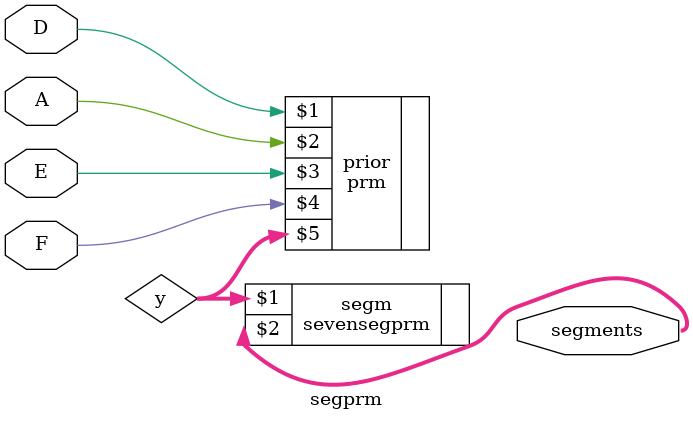
<source format=sv>
module segprm(input logic D,A,E,F,output logic [6:0] segments);
	logic [3:0]y;
	prm prior(D,A,E,F,y);
	sevensegprm segm(y,segments);
endmodule
</source>
